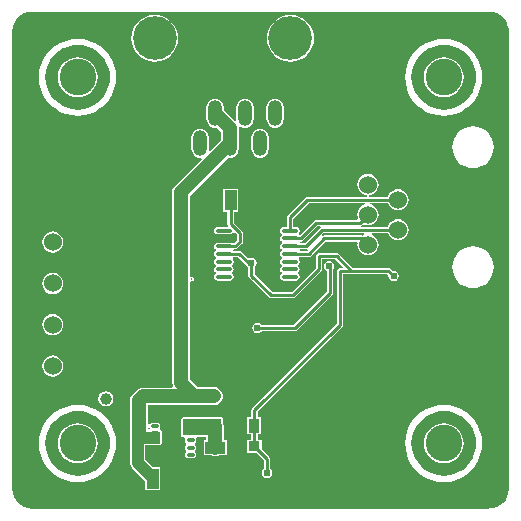
<source format=gbl>
G04*
G04 #@! TF.GenerationSoftware,Altium Limited,CircuitMaker,2.0.3 (51)*
G04*
G04 Layer_Physical_Order=2*
G04 Layer_Color=11436288*
%FSLAX24Y24*%
%MOIN*%
G70*
G04*
G04 #@! TF.SameCoordinates,C005A906-C81D-4AB5-B832-F2193FDFF32C*
G04*
G04*
G04 #@! TF.FilePolarity,Positive*
G04*
G01*
G75*
%ADD10C,0.0098*%
%ADD52R,0.0335X0.0374*%
%ADD59C,0.0472*%
%ADD60C,0.0394*%
%ADD61C,0.0197*%
%ADD62C,0.0600*%
%ADD63O,0.0472X0.0866*%
%ADD64C,0.1457*%
G04:AMPARAMS|DCode=65|XSize=27.6mil|YSize=114.2mil|CornerRadius=6.9mil|HoleSize=0mil|Usage=FLASHONLY|Rotation=0.000|XOffset=0mil|YOffset=0mil|HoleType=Round|Shape=RoundedRectangle|*
%AMROUNDEDRECTD65*
21,1,0.0276,0.1004,0,0,0.0*
21,1,0.0138,0.1142,0,0,0.0*
1,1,0.0138,0.0069,-0.0502*
1,1,0.0138,-0.0069,-0.0502*
1,1,0.0138,-0.0069,0.0502*
1,1,0.0138,0.0069,0.0502*
%
%ADD65ROUNDEDRECTD65*%
%ADD66C,0.0394*%
%ADD67C,0.0240*%
%ADD68C,0.1220*%
%ADD69C,0.0197*%
%ADD70C,0.0236*%
%ADD71O,0.0551X0.0138*%
G04:AMPARAMS|DCode=72|XSize=25.6mil|YSize=11.8mil|CornerRadius=3mil|HoleSize=0mil|Usage=FLASHONLY|Rotation=0.000|XOffset=0mil|YOffset=0mil|HoleType=Round|Shape=RoundedRectangle|*
%AMROUNDEDRECTD72*
21,1,0.0256,0.0059,0,0,0.0*
21,1,0.0197,0.0118,0,0,0.0*
1,1,0.0059,0.0098,-0.0030*
1,1,0.0059,-0.0098,-0.0030*
1,1,0.0059,-0.0098,0.0030*
1,1,0.0059,0.0098,0.0030*
%
%ADD72ROUNDEDRECTD72*%
%ADD73R,0.0374X0.0335*%
%ADD74R,0.0358X0.0480*%
%ADD75R,0.0669X0.0394*%
%ADD76R,0.0394X0.0669*%
%ADD77R,0.1280X0.0561*%
%ADD78R,0.0561X0.0394*%
%ADD79R,0.0482X0.0482*%
%ADD80R,0.0030X0.0039*%
%ADD81R,0.1378X0.1427*%
G36*
X25807Y26453D02*
X25931Y26441D01*
X26050Y26405D01*
X26160Y26346D01*
X26257Y26267D01*
X26336Y26170D01*
X26395Y26060D01*
X26431Y25941D01*
X26438Y25867D01*
X26435Y25817D01*
X26436Y25816D01*
X26444Y25808D01*
Y10532D01*
X26443D01*
X26431Y10407D01*
X26395Y10288D01*
X26336Y10178D01*
X26257Y10082D01*
X26160Y10003D01*
X26050Y9944D01*
X25931Y9908D01*
X25857Y9900D01*
X25807Y9903D01*
X25806Y9903D01*
X25760Y9895D01*
X10532D01*
Y9895D01*
X10407Y9908D01*
X10288Y9944D01*
X10178Y10003D01*
X10082Y10082D01*
X10003Y10178D01*
X9944Y10288D01*
X9908Y10407D01*
X9905Y10433D01*
X9903Y10482D01*
X9903Y10482D01*
X9899Y10492D01*
X9895Y10529D01*
Y25817D01*
X9895D01*
X9908Y25941D01*
X9944Y26060D01*
X10003Y26170D01*
X10082Y26267D01*
X10178Y26346D01*
X10288Y26405D01*
X10407Y26441D01*
X10433Y26443D01*
X10482Y26445D01*
X10482Y26445D01*
X10492Y26449D01*
X10529Y26453D01*
X25807D01*
Y26453D01*
D02*
G37*
%LPC*%
G36*
X19163Y26356D02*
X19011Y26341D01*
X18864Y26297D01*
X18728Y26224D01*
X18610Y26127D01*
X18512Y26008D01*
X18440Y25873D01*
X18395Y25726D01*
X18380Y25573D01*
X18395Y25420D01*
X18440Y25273D01*
X18512Y25138D01*
X18610Y25019D01*
X18728Y24922D01*
X18864Y24849D01*
X19011Y24805D01*
X19163Y24790D01*
X19316Y24805D01*
X19463Y24849D01*
X19599Y24922D01*
X19717Y25019D01*
X19815Y25138D01*
X19887Y25273D01*
X19932Y25420D01*
X19947Y25573D01*
X19932Y25726D01*
X19887Y25873D01*
X19815Y26008D01*
X19717Y26127D01*
X19599Y26224D01*
X19463Y26297D01*
X19316Y26341D01*
X19163Y26356D01*
D02*
G37*
G36*
X14636D02*
X14483Y26341D01*
X14336Y26297D01*
X14201Y26224D01*
X14082Y26127D01*
X13985Y26008D01*
X13912Y25873D01*
X13868Y25726D01*
X13853Y25573D01*
X13868Y25420D01*
X13912Y25273D01*
X13985Y25138D01*
X14082Y25019D01*
X14201Y24922D01*
X14336Y24849D01*
X14483Y24805D01*
X14636Y24790D01*
X14789Y24805D01*
X14936Y24849D01*
X15071Y24922D01*
X15190Y25019D01*
X15287Y25138D01*
X15359Y25273D01*
X15404Y25420D01*
X15419Y25573D01*
X15404Y25726D01*
X15359Y25873D01*
X15287Y26008D01*
X15190Y26127D01*
X15071Y26224D01*
X14936Y26297D01*
X14789Y26341D01*
X14636Y26356D01*
D02*
G37*
G36*
X24272Y25558D02*
X24070Y25542D01*
X23874Y25495D01*
X23688Y25418D01*
X23516Y25312D01*
X23362Y25181D01*
X23231Y25028D01*
X23126Y24856D01*
X23048Y24669D01*
X23001Y24473D01*
X22985Y24272D01*
X23001Y24070D01*
X23048Y23874D01*
X23126Y23688D01*
X23231Y23516D01*
X23362Y23362D01*
X23516Y23231D01*
X23688Y23126D01*
X23874Y23048D01*
X24070Y23001D01*
X24272Y22985D01*
X24473Y23001D01*
X24669Y23048D01*
X24856Y23126D01*
X25028Y23231D01*
X25181Y23362D01*
X25312Y23516D01*
X25418Y23688D01*
X25495Y23874D01*
X25542Y24070D01*
X25558Y24272D01*
X25542Y24473D01*
X25495Y24669D01*
X25418Y24856D01*
X25312Y25028D01*
X25181Y25181D01*
X25028Y25312D01*
X24856Y25418D01*
X24669Y25495D01*
X24473Y25542D01*
X24272Y25558D01*
D02*
G37*
G36*
X12067D02*
X11866Y25542D01*
X11669Y25495D01*
X11483Y25418D01*
X11311Y25312D01*
X11157Y25181D01*
X11026Y25028D01*
X10921Y24856D01*
X10844Y24669D01*
X10797Y24473D01*
X10781Y24272D01*
X10797Y24070D01*
X10844Y23874D01*
X10921Y23688D01*
X11026Y23516D01*
X11157Y23362D01*
X11311Y23231D01*
X11483Y23126D01*
X11669Y23048D01*
X11866Y23001D01*
X12067Y22985D01*
X12268Y23001D01*
X12464Y23048D01*
X12651Y23126D01*
X12823Y23231D01*
X12976Y23362D01*
X13108Y23516D01*
X13213Y23688D01*
X13290Y23874D01*
X13337Y24070D01*
X13353Y24272D01*
X13337Y24473D01*
X13290Y24669D01*
X13213Y24856D01*
X13108Y25028D01*
X12976Y25181D01*
X12823Y25312D01*
X12651Y25418D01*
X12464Y25495D01*
X12268Y25542D01*
X12067Y25558D01*
D02*
G37*
G36*
X17650Y23560D02*
X17575Y23550D01*
X17505Y23521D01*
X17445Y23475D01*
X17399Y23415D01*
X17370Y23345D01*
X17360Y23270D01*
Y22876D01*
X17365Y22838D01*
X17317Y22815D01*
X16939Y23193D01*
Y23270D01*
X16930Y23345D01*
X16901Y23415D01*
X16855Y23475D01*
X16795Y23521D01*
X16725Y23550D01*
X16650Y23560D01*
X16575Y23550D01*
X16505Y23521D01*
X16445Y23475D01*
X16399Y23415D01*
X16370Y23345D01*
X16360Y23270D01*
Y22876D01*
X16370Y22801D01*
X16399Y22731D01*
X16445Y22671D01*
X16505Y22625D01*
X16575Y22596D01*
X16650Y22586D01*
X16717Y22595D01*
X16860Y22453D01*
Y22193D01*
X16482Y21815D01*
X16435Y21838D01*
X16439Y21876D01*
Y22270D01*
X16430Y22345D01*
X16401Y22415D01*
X16355Y22475D01*
X16295Y22521D01*
X16225Y22550D01*
X16150Y22560D01*
X16075Y22550D01*
X16005Y22521D01*
X15945Y22475D01*
X15899Y22415D01*
X15870Y22345D01*
X15860Y22270D01*
Y21876D01*
X15870Y21801D01*
X15899Y21731D01*
X15945Y21671D01*
X16005Y21625D01*
X16075Y21596D01*
X16150Y21586D01*
X16187Y21591D01*
X16211Y21544D01*
X15306Y20639D01*
X15260Y20579D01*
X15231Y20509D01*
X15221Y20434D01*
Y18681D01*
Y17805D01*
X15213Y17793D01*
X15199Y17726D01*
X15213Y17660D01*
X15221Y17648D01*
Y16438D01*
X15222Y16429D01*
Y15949D01*
X15219Y15935D01*
X15222Y15921D01*
Y15561D01*
Y14090D01*
X15232Y14015D01*
X15246Y13980D01*
X15213Y13930D01*
X14241D01*
X14166Y13921D01*
X14096Y13892D01*
X14036Y13846D01*
X14036Y13846D01*
X13904Y13714D01*
X13858Y13654D01*
X13829Y13584D01*
X13819Y13509D01*
Y12205D01*
X13827Y12146D01*
X13820Y12111D01*
Y11423D01*
X13839Y11326D01*
X13894Y11244D01*
X14318Y10820D01*
Y10500D01*
X14814D01*
Y10861D01*
X14819Y10886D01*
Y10930D01*
X14814Y10954D01*
Y11272D01*
X14582D01*
X14326Y11528D01*
Y12003D01*
X14598D01*
X14641Y12012D01*
X14823D01*
X14862Y12028D01*
X14878Y12067D01*
Y12280D01*
X14879Y12283D01*
X14878Y12287D01*
Y12461D01*
X14862Y12500D01*
X14825Y12515D01*
X14822Y12518D01*
X14803Y12566D01*
X14810Y12577D01*
X14817Y12608D01*
Y12667D01*
X14810Y12699D01*
X14792Y12726D01*
X14766Y12743D01*
X14734Y12750D01*
X14537D01*
X14506Y12743D01*
X14479Y12726D01*
X14461Y12699D01*
X14455Y12667D01*
Y12608D01*
X14461Y12577D01*
X14469Y12566D01*
X14448Y12517D01*
X14399Y12522D01*
Y13351D01*
X16623D01*
X16698Y13361D01*
X16739Y13378D01*
X16768Y13390D01*
X16828Y13436D01*
X16874Y13496D01*
X16903Y13566D01*
X16913Y13641D01*
X16903Y13716D01*
X16888Y13751D01*
X16874Y13786D01*
X16828Y13846D01*
X16817Y13857D01*
X16757Y13903D01*
X16687Y13932D01*
X16612Y13941D01*
X16070D01*
X15802Y14210D01*
Y15561D01*
Y16437D01*
X15801Y16446D01*
Y17443D01*
X15851Y17477D01*
X15856Y17474D01*
X15886D01*
X15925Y17490D01*
X15941Y17530D01*
Y17569D01*
X15925Y17608D01*
X15886Y17624D01*
X15856D01*
X15851Y17622D01*
X15801Y17655D01*
Y17854D01*
Y18681D01*
Y20314D01*
X17082Y21595D01*
X17150Y21586D01*
X17225Y21596D01*
X17295Y21625D01*
X17355Y21671D01*
X17401Y21731D01*
X17430Y21801D01*
X17439Y21876D01*
Y22270D01*
Y22573D01*
X17434Y22616D01*
X17481Y22643D01*
X17505Y22625D01*
X17575Y22596D01*
X17650Y22586D01*
X17725Y22596D01*
X17795Y22625D01*
X17855Y22671D01*
X17901Y22731D01*
X17930Y22801D01*
X17939Y22876D01*
Y23270D01*
X17930Y23345D01*
X17901Y23415D01*
X17855Y23475D01*
X17795Y23521D01*
X17725Y23550D01*
X17650Y23560D01*
D02*
G37*
G36*
X18650D02*
X18575Y23550D01*
X18505Y23521D01*
X18445Y23475D01*
X18399Y23415D01*
X18370Y23345D01*
X18360Y23270D01*
Y22876D01*
X18370Y22801D01*
X18399Y22731D01*
X18445Y22671D01*
X18505Y22625D01*
X18575Y22596D01*
X18650Y22586D01*
X18725Y22596D01*
X18795Y22625D01*
X18855Y22671D01*
X18901Y22731D01*
X18930Y22801D01*
X18939Y22876D01*
Y23270D01*
X18930Y23345D01*
X18901Y23415D01*
X18855Y23475D01*
X18795Y23521D01*
X18725Y23550D01*
X18650Y23560D01*
D02*
G37*
G36*
X18150Y22560D02*
X18075Y22550D01*
X18005Y22521D01*
X17945Y22475D01*
X17899Y22415D01*
X17870Y22345D01*
X17860Y22270D01*
Y21876D01*
X17870Y21801D01*
X17899Y21731D01*
X17945Y21671D01*
X18005Y21625D01*
X18075Y21596D01*
X18150Y21586D01*
X18225Y21596D01*
X18295Y21625D01*
X18355Y21671D01*
X18401Y21731D01*
X18430Y21801D01*
X18439Y21876D01*
Y22270D01*
X18430Y22345D01*
X18401Y22415D01*
X18355Y22475D01*
X18295Y22521D01*
X18225Y22550D01*
X18150Y22560D01*
D02*
G37*
G36*
X25246Y22635D02*
X25111Y22622D01*
X24980Y22582D01*
X24860Y22518D01*
X24755Y22432D01*
X24669Y22327D01*
X24605Y22207D01*
X24565Y22076D01*
X24552Y21941D01*
X24565Y21806D01*
X24605Y21675D01*
X24669Y21555D01*
X24755Y21450D01*
X24860Y21364D01*
X24980Y21300D01*
X25111Y21260D01*
X25246Y21247D01*
X25382Y21260D01*
X25512Y21300D01*
X25632Y21364D01*
X25737Y21450D01*
X25823Y21555D01*
X25887Y21675D01*
X25927Y21806D01*
X25940Y21941D01*
X25927Y22076D01*
X25887Y22207D01*
X25823Y22327D01*
X25737Y22432D01*
X25632Y22518D01*
X25512Y22582D01*
X25382Y22622D01*
X25246Y22635D01*
D02*
G37*
G36*
X21746Y21047D02*
X21654Y21035D01*
X21569Y21000D01*
X21496Y20943D01*
X21439Y20870D01*
X21404Y20785D01*
X21392Y20693D01*
X21404Y20601D01*
X21439Y20516D01*
X21496Y20442D01*
X21569Y20386D01*
X21654Y20351D01*
X21718Y20342D01*
X21726Y20341D01*
X21723Y20291D01*
X19726D01*
X19687Y20284D01*
X19654Y20261D01*
X19071Y19679D01*
X19049Y19645D01*
X19041Y19606D01*
Y19276D01*
X18937D01*
X18890Y19267D01*
X18850Y19240D01*
X18824Y19200D01*
X18815Y19154D01*
X18824Y19107D01*
X18850Y19067D01*
X18870Y19054D01*
Y18997D01*
X18850Y18984D01*
X18824Y18944D01*
X18815Y18898D01*
X18824Y18851D01*
X18850Y18811D01*
X18870Y18798D01*
Y18741D01*
X18850Y18728D01*
X18824Y18689D01*
X18815Y18642D01*
X18824Y18595D01*
X18850Y18555D01*
X18870Y18542D01*
Y18486D01*
X18850Y18472D01*
X18824Y18433D01*
X18815Y18386D01*
X18824Y18339D01*
X18850Y18299D01*
X18870Y18286D01*
Y18230D01*
X18850Y18216D01*
X18824Y18177D01*
X18815Y18130D01*
X18824Y18083D01*
X18850Y18043D01*
X18870Y18030D01*
Y17974D01*
X18850Y17961D01*
X18824Y17921D01*
X18815Y17874D01*
X18824Y17827D01*
X18850Y17787D01*
X18870Y17774D01*
Y17718D01*
X18850Y17705D01*
X18824Y17665D01*
X18815Y17618D01*
X18824Y17571D01*
X18850Y17532D01*
X18890Y17505D01*
X18937Y17496D01*
X19350D01*
X19397Y17505D01*
X19437Y17532D01*
X19464Y17571D01*
X19473Y17618D01*
X19464Y17665D01*
X19437Y17705D01*
X19417Y17718D01*
Y17774D01*
X19437Y17787D01*
X19464Y17827D01*
X19473Y17874D01*
X19464Y17921D01*
X19437Y17961D01*
X19417Y17974D01*
Y18030D01*
X19437Y18043D01*
X19464Y18083D01*
X19473Y18130D01*
X19464Y18177D01*
X19437Y18216D01*
X19443Y18272D01*
X19452Y18283D01*
X19774D01*
X19813Y18291D01*
X19846Y18313D01*
X20328Y18795D01*
X21357D01*
X21399Y18745D01*
X21392Y18693D01*
X21404Y18601D01*
X21439Y18516D01*
X21496Y18442D01*
X21569Y18386D01*
X21654Y18351D01*
X21746Y18339D01*
X21838Y18351D01*
X21923Y18386D01*
X21997Y18442D01*
X22053Y18516D01*
X22088Y18601D01*
X22100Y18693D01*
X22088Y18785D01*
X22053Y18870D01*
X21997Y18943D01*
X21923Y19000D01*
X21872Y19021D01*
X21882Y19071D01*
X22415D01*
X22439Y19012D01*
X22496Y18939D01*
X22569Y18882D01*
X22654Y18847D01*
X22746Y18835D01*
X22838Y18847D01*
X22923Y18882D01*
X22997Y18939D01*
X23053Y19012D01*
X23088Y19097D01*
X23100Y19189D01*
X23088Y19281D01*
X23053Y19366D01*
X22997Y19439D01*
X22923Y19496D01*
X22838Y19531D01*
X22746Y19543D01*
X22654Y19531D01*
X22569Y19496D01*
X22496Y19439D01*
X22439Y19366D01*
X22404Y19281D01*
X22403Y19276D01*
X21521D01*
X21512Y19325D01*
X21545Y19347D01*
X21580Y19382D01*
X21654Y19351D01*
X21746Y19339D01*
X21838Y19351D01*
X21923Y19386D01*
X21997Y19442D01*
X22053Y19516D01*
X22088Y19601D01*
X22100Y19693D01*
X22088Y19785D01*
X22053Y19870D01*
X21997Y19943D01*
X21923Y20000D01*
X21838Y20035D01*
X21826Y20037D01*
X21829Y20087D01*
X22408D01*
X22439Y20012D01*
X22496Y19939D01*
X22569Y19882D01*
X22654Y19847D01*
X22746Y19835D01*
X22838Y19847D01*
X22923Y19882D01*
X22997Y19939D01*
X23053Y20012D01*
X23088Y20097D01*
X23100Y20189D01*
X23088Y20281D01*
X23053Y20366D01*
X22997Y20439D01*
X22923Y20496D01*
X22838Y20531D01*
X22746Y20543D01*
X22654Y20531D01*
X22569Y20496D01*
X22496Y20439D01*
X22439Y20366D01*
X22408Y20291D01*
X21769D01*
X21766Y20341D01*
X21774Y20342D01*
X21838Y20351D01*
X21923Y20386D01*
X21997Y20442D01*
X22053Y20516D01*
X22088Y20601D01*
X22100Y20693D01*
X22088Y20785D01*
X22053Y20870D01*
X21997Y20943D01*
X21923Y21000D01*
X21838Y21035D01*
X21746Y21047D01*
D02*
G37*
G36*
X17414Y20563D02*
X16918D01*
Y19791D01*
X17064D01*
Y19379D01*
X17072Y19340D01*
X17081Y19326D01*
X17057Y19276D01*
X16732D01*
X16685Y19267D01*
X16646Y19240D01*
X16619Y19200D01*
X16610Y19154D01*
X16619Y19107D01*
X16646Y19067D01*
X16685Y19040D01*
X16732Y19031D01*
X17146D01*
X17193Y19040D01*
X17232Y19067D01*
X17244Y19085D01*
X17304Y19097D01*
X17368Y19032D01*
Y18832D01*
X17280Y18744D01*
X17209D01*
X17193Y18755D01*
X17146Y18764D01*
X16732D01*
X16685Y18755D01*
X16646Y18728D01*
X16619Y18689D01*
X16610Y18642D01*
X16619Y18595D01*
X16646Y18555D01*
X16665Y18542D01*
Y18486D01*
X16646Y18472D01*
X16619Y18433D01*
X16610Y18386D01*
X16619Y18339D01*
X16646Y18299D01*
X16665Y18286D01*
Y18230D01*
X16646Y18216D01*
X16619Y18177D01*
X16610Y18130D01*
X16619Y18083D01*
X16646Y18043D01*
X16665Y18030D01*
Y17974D01*
X16646Y17961D01*
X16619Y17921D01*
X16610Y17874D01*
X16619Y17827D01*
X16646Y17787D01*
X16665Y17774D01*
Y17718D01*
X16646Y17705D01*
X16619Y17665D01*
X16610Y17618D01*
X16619Y17571D01*
X16646Y17532D01*
X16685Y17505D01*
X16732Y17496D01*
X17146D01*
X17193Y17505D01*
X17232Y17532D01*
X17259Y17571D01*
X17268Y17618D01*
X17259Y17665D01*
X17232Y17705D01*
X17213Y17718D01*
Y17774D01*
X17232Y17787D01*
X17259Y17827D01*
X17268Y17874D01*
X17259Y17921D01*
X17232Y17961D01*
X17213Y17974D01*
Y18030D01*
X17232Y18043D01*
X17259Y18083D01*
X17268Y18130D01*
X17259Y18177D01*
X17232Y18216D01*
X17238Y18272D01*
X17248Y18283D01*
X17418D01*
X17693Y18008D01*
X17717Y17992D01*
X17741Y17957D01*
X17762Y17943D01*
Y17657D01*
X17770Y17618D01*
X17792Y17585D01*
X18432Y16945D01*
X18465Y16923D01*
X18504Y16915D01*
X19252D01*
X19291Y16923D01*
X19324Y16945D01*
X20181Y17802D01*
X20203Y17835D01*
X20211Y17874D01*
Y18215D01*
X20656D01*
X20907Y17964D01*
X20888Y17917D01*
X20807D01*
X20768Y17910D01*
X20735Y17887D01*
X20713Y17854D01*
X20705Y17815D01*
Y16070D01*
X17890Y13255D01*
X17868Y13222D01*
X17860Y13183D01*
Y12949D01*
X17709D01*
Y12366D01*
X17860D01*
Y12197D01*
X17724D01*
Y11760D01*
X18036D01*
X18283Y11513D01*
Y11220D01*
X18262Y11206D01*
X18225Y11149D01*
X18211Y11083D01*
X18225Y11016D01*
X18262Y10959D01*
X18319Y10921D01*
X18386Y10908D01*
X18453Y10921D01*
X18509Y10959D01*
X18547Y11016D01*
X18560Y11083D01*
X18547Y11149D01*
X18509Y11206D01*
X18488Y11220D01*
Y11555D01*
X18480Y11594D01*
X18458Y11628D01*
X18201Y11885D01*
Y12197D01*
X18065D01*
Y12366D01*
X18169D01*
Y12949D01*
X18065D01*
Y13141D01*
X20879Y15955D01*
X20902Y15988D01*
X20909Y16028D01*
Y17713D01*
X22389D01*
X22429Y17673D01*
X22424Y17648D01*
X22437Y17581D01*
X22475Y17524D01*
X22532Y17486D01*
X22598Y17473D01*
X22665Y17486D01*
X22722Y17524D01*
X22760Y17581D01*
X22773Y17648D01*
X22760Y17714D01*
X22722Y17771D01*
X22665Y17809D01*
X22598Y17822D01*
X22574Y17817D01*
X22503Y17887D01*
X22470Y17910D01*
X22431Y17917D01*
X21243D01*
X20771Y18389D01*
X20738Y18412D01*
X20699Y18419D01*
X20108D01*
X20069Y18412D01*
X20036Y18389D01*
X20014Y18356D01*
X20006Y18317D01*
Y17916D01*
X19210Y17120D01*
X18546D01*
X17967Y17700D01*
Y17943D01*
X17988Y17957D01*
X18025Y18014D01*
X18039Y18081D01*
X18025Y18148D01*
X17988Y18204D01*
X17931Y18242D01*
X17864Y18255D01*
X17797Y18242D01*
X17768Y18223D01*
X17533Y18458D01*
X17500Y18480D01*
X17461Y18488D01*
X17279D01*
X17264Y18514D01*
X17279Y18539D01*
X17323D01*
X17362Y18547D01*
X17395Y18569D01*
X17543Y18717D01*
X17565Y18750D01*
X17573Y18789D01*
Y19075D01*
X17565Y19114D01*
X17543Y19147D01*
X17269Y19422D01*
Y19791D01*
X17414D01*
Y20563D01*
D02*
G37*
G36*
X11240Y19134D02*
X11148Y19122D01*
X11063Y19086D01*
X10990Y19030D01*
X10933Y18957D01*
X10898Y18871D01*
X10886Y18780D01*
X10898Y18688D01*
X10933Y18602D01*
X10990Y18529D01*
X11063Y18473D01*
X11148Y18437D01*
X11240Y18425D01*
X11332Y18437D01*
X11417Y18473D01*
X11491Y18529D01*
X11547Y18602D01*
X11582Y18688D01*
X11594Y18780D01*
X11582Y18871D01*
X11547Y18957D01*
X11491Y19030D01*
X11417Y19086D01*
X11332Y19122D01*
X11240Y19134D01*
D02*
G37*
G36*
X25246Y18635D02*
X25111Y18622D01*
X24980Y18582D01*
X24860Y18518D01*
X24755Y18432D01*
X24669Y18327D01*
X24605Y18207D01*
X24565Y18076D01*
X24552Y17941D01*
X24565Y17806D01*
X24605Y17675D01*
X24669Y17555D01*
X24755Y17450D01*
X24860Y17364D01*
X24980Y17300D01*
X25111Y17260D01*
X25246Y17247D01*
X25382Y17260D01*
X25512Y17300D01*
X25632Y17364D01*
X25737Y17450D01*
X25823Y17555D01*
X25887Y17675D01*
X25927Y17806D01*
X25940Y17941D01*
X25927Y18076D01*
X25887Y18207D01*
X25823Y18327D01*
X25737Y18432D01*
X25632Y18518D01*
X25512Y18582D01*
X25382Y18622D01*
X25246Y18635D01*
D02*
G37*
G36*
X11240Y17756D02*
X11148Y17744D01*
X11063Y17708D01*
X10990Y17652D01*
X10933Y17579D01*
X10898Y17493D01*
X10886Y17402D01*
X10898Y17310D01*
X10933Y17224D01*
X10990Y17151D01*
X11063Y17095D01*
X11148Y17059D01*
X11240Y17047D01*
X11332Y17059D01*
X11417Y17095D01*
X11491Y17151D01*
X11547Y17224D01*
X11582Y17310D01*
X11594Y17402D01*
X11582Y17493D01*
X11547Y17579D01*
X11491Y17652D01*
X11417Y17708D01*
X11332Y17744D01*
X11240Y17756D01*
D02*
G37*
G36*
X20443Y18147D02*
X20376Y18134D01*
X20319Y18096D01*
X20282Y18039D01*
X20268Y17972D01*
X20282Y17906D01*
X20319Y17849D01*
X20376Y17811D01*
X20380Y17810D01*
Y17139D01*
X19259Y16018D01*
X18199D01*
X18184Y16039D01*
X18128Y16077D01*
X18061Y16090D01*
X17994Y16077D01*
X17938Y16039D01*
X17900Y15982D01*
X17886Y15915D01*
X17900Y15849D01*
X17938Y15792D01*
X17994Y15754D01*
X18061Y15741D01*
X18128Y15754D01*
X18184Y15792D01*
X18199Y15813D01*
X19301D01*
X19340Y15821D01*
X19374Y15843D01*
X20555Y17024D01*
X20577Y17057D01*
X20585Y17096D01*
Y17876D01*
X20604Y17906D01*
X20618Y17972D01*
X20604Y18039D01*
X20566Y18096D01*
X20510Y18134D01*
X20443Y18147D01*
D02*
G37*
G36*
X11240Y16378D02*
X11148Y16366D01*
X11063Y16330D01*
X10990Y16274D01*
X10933Y16201D01*
X10898Y16115D01*
X10886Y16024D01*
X10898Y15932D01*
X10933Y15847D01*
X10990Y15773D01*
X11063Y15717D01*
X11148Y15681D01*
X11240Y15669D01*
X11332Y15681D01*
X11417Y15717D01*
X11491Y15773D01*
X11547Y15847D01*
X11582Y15932D01*
X11594Y16024D01*
X11582Y16115D01*
X11547Y16201D01*
X11491Y16274D01*
X11417Y16330D01*
X11332Y16366D01*
X11240Y16378D01*
D02*
G37*
G36*
Y15000D02*
X11148Y14988D01*
X11063Y14952D01*
X10990Y14896D01*
X10933Y14823D01*
X10898Y14737D01*
X10886Y14646D01*
X10898Y14554D01*
X10933Y14469D01*
X10990Y14395D01*
X11063Y14339D01*
X11148Y14304D01*
X11240Y14291D01*
X11332Y14304D01*
X11417Y14339D01*
X11491Y14395D01*
X11547Y14469D01*
X11582Y14554D01*
X11594Y14646D01*
X11582Y14737D01*
X11547Y14823D01*
X11491Y14896D01*
X11417Y14952D01*
X11332Y14988D01*
X11240Y15000D01*
D02*
G37*
G36*
X13002Y13806D02*
X12905Y13787D01*
X12823Y13732D01*
X12768Y13650D01*
X12749Y13553D01*
X12768Y13456D01*
X12823Y13374D01*
X12905Y13320D01*
X13002Y13300D01*
X13099Y13320D01*
X13181Y13374D01*
X13236Y13456D01*
X13255Y13553D01*
X13236Y13650D01*
X13181Y13732D01*
X13099Y13787D01*
X13002Y13806D01*
D02*
G37*
G36*
X16878Y12949D02*
X16417D01*
Y12939D01*
X15581D01*
X15542Y12923D01*
X15525Y12884D01*
Y12323D01*
X15542Y12284D01*
X15581Y12267D01*
X15629D01*
X15643Y12250D01*
X15660Y12217D01*
X15656Y12195D01*
Y12136D01*
X15662Y12104D01*
X15680Y12078D01*
X15681Y12077D01*
Y12018D01*
X15680Y12017D01*
X15662Y11990D01*
X15656Y11959D01*
Y11900D01*
X15662Y11868D01*
X15680Y11841D01*
X15681Y11841D01*
Y11782D01*
X15680Y11781D01*
X15662Y11754D01*
X15656Y11722D01*
Y11663D01*
X15662Y11632D01*
X15680Y11605D01*
X15707Y11587D01*
X15738Y11581D01*
X15935D01*
X15967Y11587D01*
X15993Y11605D01*
X16011Y11632D01*
X16017Y11663D01*
Y11722D01*
X16011Y11754D01*
X15993Y11781D01*
X15992Y11782D01*
Y11841D01*
X15993Y11841D01*
X16011Y11868D01*
X16017Y11900D01*
Y11959D01*
X16011Y11990D01*
X15993Y12017D01*
X15992Y12018D01*
Y12077D01*
X15993Y12078D01*
X16011Y12104D01*
X16017Y12136D01*
Y12195D01*
X16013Y12217D01*
X16030Y12250D01*
X16044Y12267D01*
X16358D01*
Y12176D01*
X16278D01*
Y11680D01*
X16515D01*
X16518Y11677D01*
X16588Y11648D01*
X16663Y11638D01*
X16738Y11648D01*
X16808Y11677D01*
X16812Y11680D01*
X17049D01*
Y12176D01*
X16938D01*
Y12657D01*
X16928Y12733D01*
X16916Y12761D01*
Y12884D01*
X16899Y12923D01*
X16878Y12932D01*
Y12949D01*
D02*
G37*
G36*
X24272Y13353D02*
X24070Y13337D01*
X23874Y13290D01*
X23688Y13213D01*
X23516Y13108D01*
X23362Y12976D01*
X23231Y12823D01*
X23126Y12651D01*
X23048Y12464D01*
X23001Y12268D01*
X22985Y12067D01*
X23001Y11866D01*
X23048Y11669D01*
X23126Y11483D01*
X23231Y11311D01*
X23362Y11157D01*
X23516Y11026D01*
X23688Y10921D01*
X23874Y10844D01*
X24070Y10797D01*
X24272Y10781D01*
X24473Y10797D01*
X24669Y10844D01*
X24856Y10921D01*
X25028Y11026D01*
X25181Y11157D01*
X25312Y11311D01*
X25418Y11483D01*
X25495Y11669D01*
X25542Y11866D01*
X25558Y12067D01*
X25542Y12268D01*
X25495Y12464D01*
X25418Y12651D01*
X25312Y12823D01*
X25181Y12976D01*
X25028Y13108D01*
X24856Y13213D01*
X24669Y13290D01*
X24473Y13337D01*
X24272Y13353D01*
D02*
G37*
G36*
X12067D02*
X11866Y13337D01*
X11669Y13290D01*
X11483Y13213D01*
X11311Y13108D01*
X11157Y12976D01*
X11026Y12823D01*
X10921Y12651D01*
X10844Y12464D01*
X10797Y12268D01*
X10781Y12067D01*
X10797Y11866D01*
X10844Y11669D01*
X10921Y11483D01*
X11026Y11311D01*
X11157Y11157D01*
X11311Y11026D01*
X11483Y10921D01*
X11669Y10844D01*
X11866Y10797D01*
X12067Y10781D01*
X12268Y10797D01*
X12464Y10844D01*
X12651Y10921D01*
X12823Y11026D01*
X12976Y11157D01*
X13108Y11311D01*
X13213Y11483D01*
X13290Y11669D01*
X13337Y11866D01*
X13353Y12067D01*
X13337Y12268D01*
X13290Y12464D01*
X13213Y12651D01*
X13108Y12823D01*
X12976Y12976D01*
X12823Y13108D01*
X12651Y13213D01*
X12464Y13290D01*
X12268Y13337D01*
X12067Y13353D01*
D02*
G37*
%LPD*%
G36*
X24440Y25337D02*
X24605Y25297D01*
X24761Y25232D01*
X24905Y25144D01*
X25034Y25034D01*
X25144Y24905D01*
X25232Y24761D01*
X25297Y24605D01*
X25337Y24440D01*
X25350Y24272D01*
X25337Y24103D01*
X25297Y23938D01*
X25232Y23782D01*
X25144Y23638D01*
X25034Y23509D01*
X24905Y23399D01*
X24761Y23311D01*
X24605Y23246D01*
X24440Y23207D01*
X24272Y23193D01*
X24103Y23207D01*
X23938Y23246D01*
X23782Y23311D01*
X23638Y23399D01*
X23509Y23509D01*
X23399Y23638D01*
X23311Y23782D01*
X23246Y23938D01*
X23207Y24103D01*
X23193Y24272D01*
X23207Y24440D01*
X23246Y24605D01*
X23311Y24761D01*
X23399Y24905D01*
X23509Y25034D01*
X23638Y25144D01*
X23782Y25232D01*
X23938Y25297D01*
X24103Y25337D01*
X24272Y25350D01*
X24440Y25337D01*
D02*
G37*
%LPC*%
G36*
X24272Y24936D02*
X24142Y24924D01*
X24017Y24886D01*
X23902Y24824D01*
X23802Y24742D01*
X23719Y24641D01*
X23658Y24526D01*
X23620Y24401D01*
X23607Y24272D01*
X23620Y24142D01*
X23658Y24017D01*
X23719Y23902D01*
X23802Y23802D01*
X23902Y23719D01*
X24017Y23658D01*
X24142Y23620D01*
X24272Y23607D01*
X24401Y23620D01*
X24526Y23658D01*
X24641Y23719D01*
X24742Y23802D01*
X24824Y23902D01*
X24886Y24017D01*
X24924Y24142D01*
X24936Y24272D01*
X24924Y24401D01*
X24886Y24526D01*
X24824Y24641D01*
X24742Y24742D01*
X24641Y24824D01*
X24526Y24886D01*
X24401Y24924D01*
X24272Y24936D01*
D02*
G37*
%LPD*%
G36*
X12236Y25337D02*
X12400Y25297D01*
X12556Y25232D01*
X12701Y25144D01*
X12829Y25034D01*
X12939Y24905D01*
X13028Y24761D01*
X13092Y24605D01*
X13132Y24440D01*
X13145Y24272D01*
X13132Y24103D01*
X13092Y23938D01*
X13028Y23782D01*
X12939Y23638D01*
X12829Y23509D01*
X12701Y23399D01*
X12556Y23311D01*
X12400Y23246D01*
X12236Y23207D01*
X12067Y23193D01*
X11898Y23207D01*
X11734Y23246D01*
X11577Y23311D01*
X11433Y23399D01*
X11304Y23509D01*
X11195Y23638D01*
X11106Y23782D01*
X11041Y23938D01*
X11002Y24103D01*
X10989Y24272D01*
X11002Y24440D01*
X11041Y24605D01*
X11106Y24761D01*
X11195Y24905D01*
X11304Y25034D01*
X11433Y25144D01*
X11577Y25232D01*
X11734Y25297D01*
X11898Y25337D01*
X12067Y25350D01*
X12236Y25337D01*
D02*
G37*
%LPC*%
G36*
X12067Y24936D02*
X11937Y24924D01*
X11813Y24886D01*
X11698Y24824D01*
X11597Y24742D01*
X11514Y24641D01*
X11453Y24526D01*
X11415Y24401D01*
X11402Y24272D01*
X11415Y24142D01*
X11453Y24017D01*
X11514Y23902D01*
X11597Y23802D01*
X11698Y23719D01*
X11813Y23658D01*
X11937Y23620D01*
X12067Y23607D01*
X12197Y23620D01*
X12321Y23658D01*
X12436Y23719D01*
X12537Y23802D01*
X12620Y23902D01*
X12681Y24017D01*
X12719Y24142D01*
X12732Y24272D01*
X12719Y24401D01*
X12681Y24526D01*
X12620Y24641D01*
X12537Y24742D01*
X12436Y24824D01*
X12321Y24886D01*
X12197Y24924D01*
X12067Y24936D01*
D02*
G37*
%LPD*%
G36*
X21666Y20037D02*
X21654Y20035D01*
X21569Y20000D01*
X21496Y19943D01*
X21439Y19870D01*
X21404Y19785D01*
X21392Y19693D01*
X21404Y19601D01*
X21416Y19572D01*
X21383Y19522D01*
X20020D01*
X19981Y19514D01*
X19947Y19492D01*
X19481Y19025D01*
X19454Y19028D01*
X19447Y19043D01*
X19441Y19073D01*
X19464Y19107D01*
X19473Y19154D01*
X19464Y19200D01*
X19437Y19240D01*
X19397Y19267D01*
X19350Y19276D01*
X19246D01*
Y19564D01*
X19769Y20087D01*
X21663D01*
X21666Y20037D01*
D02*
G37*
G36*
X21620Y19021D02*
X21569Y19000D01*
X21564Y18996D01*
X21541Y19000D01*
X20285D01*
X20246Y18992D01*
X20231Y18982D01*
X20199Y19021D01*
X20249Y19071D01*
X21610D01*
X21620Y19021D01*
D02*
G37*
G36*
X20168Y19268D02*
X20134Y19246D01*
X19633Y18744D01*
X19484D01*
X19469Y18770D01*
X19484Y18795D01*
X19498D01*
X19537Y18803D01*
X19570Y18825D01*
X20062Y19317D01*
X20158D01*
X20168Y19268D01*
D02*
G37*
G36*
X19731Y18510D02*
X19734Y18504D01*
X19722Y18488D01*
X19484D01*
X19469Y18514D01*
X19484Y18539D01*
X19675D01*
X19702Y18545D01*
X19731Y18510D01*
D02*
G37*
G36*
X24440Y13132D02*
X24605Y13092D01*
X24761Y13028D01*
X24905Y12939D01*
X25034Y12829D01*
X25144Y12701D01*
X25232Y12556D01*
X25297Y12400D01*
X25337Y12236D01*
X25350Y12067D01*
X25337Y11898D01*
X25297Y11734D01*
X25232Y11577D01*
X25144Y11433D01*
X25034Y11304D01*
X24905Y11195D01*
X24761Y11106D01*
X24605Y11041D01*
X24440Y11002D01*
X24272Y10989D01*
X24103Y11002D01*
X23938Y11041D01*
X23782Y11106D01*
X23638Y11195D01*
X23509Y11304D01*
X23399Y11433D01*
X23311Y11577D01*
X23246Y11734D01*
X23207Y11898D01*
X23193Y12067D01*
X23207Y12236D01*
X23246Y12400D01*
X23311Y12556D01*
X23399Y12701D01*
X23509Y12829D01*
X23638Y12939D01*
X23782Y13028D01*
X23938Y13092D01*
X24103Y13132D01*
X24272Y13145D01*
X24440Y13132D01*
D02*
G37*
%LPC*%
G36*
X24272Y12732D02*
X24142Y12719D01*
X24017Y12681D01*
X23902Y12620D01*
X23802Y12537D01*
X23719Y12436D01*
X23658Y12321D01*
X23620Y12197D01*
X23607Y12067D01*
X23620Y11937D01*
X23658Y11813D01*
X23719Y11698D01*
X23802Y11597D01*
X23902Y11514D01*
X24017Y11453D01*
X24142Y11415D01*
X24272Y11402D01*
X24401Y11415D01*
X24526Y11453D01*
X24641Y11514D01*
X24742Y11597D01*
X24824Y11698D01*
X24886Y11813D01*
X24924Y11937D01*
X24936Y12067D01*
X24924Y12197D01*
X24886Y12321D01*
X24824Y12436D01*
X24742Y12537D01*
X24641Y12620D01*
X24526Y12681D01*
X24401Y12719D01*
X24272Y12732D01*
D02*
G37*
%LPD*%
G36*
X12236Y13132D02*
X12400Y13092D01*
X12556Y13028D01*
X12701Y12939D01*
X12829Y12829D01*
X12939Y12701D01*
X13028Y12556D01*
X13092Y12400D01*
X13132Y12236D01*
X13145Y12067D01*
X13132Y11898D01*
X13092Y11734D01*
X13028Y11577D01*
X12939Y11433D01*
X12829Y11304D01*
X12701Y11195D01*
X12556Y11106D01*
X12400Y11041D01*
X12236Y11002D01*
X12067Y10989D01*
X11898Y11002D01*
X11734Y11041D01*
X11577Y11106D01*
X11433Y11195D01*
X11304Y11304D01*
X11195Y11433D01*
X11106Y11577D01*
X11041Y11734D01*
X11002Y11898D01*
X10989Y12067D01*
X11002Y12236D01*
X11041Y12400D01*
X11106Y12556D01*
X11195Y12701D01*
X11304Y12829D01*
X11433Y12939D01*
X11577Y13028D01*
X11734Y13092D01*
X11898Y13132D01*
X12067Y13145D01*
X12236Y13132D01*
D02*
G37*
%LPC*%
G36*
X12067Y12732D02*
X11937Y12719D01*
X11813Y12681D01*
X11698Y12620D01*
X11597Y12537D01*
X11514Y12436D01*
X11453Y12321D01*
X11415Y12197D01*
X11402Y12067D01*
X11415Y11937D01*
X11453Y11813D01*
X11514Y11698D01*
X11597Y11597D01*
X11698Y11514D01*
X11813Y11453D01*
X11937Y11415D01*
X12067Y11402D01*
X12197Y11415D01*
X12321Y11453D01*
X12436Y11514D01*
X12537Y11597D01*
X12620Y11698D01*
X12681Y11813D01*
X12719Y11937D01*
X12732Y12067D01*
X12719Y12197D01*
X12681Y12321D01*
X12620Y12436D01*
X12537Y12537D01*
X12436Y12620D01*
X12321Y12681D01*
X12197Y12719D01*
X12067Y12732D01*
D02*
G37*
%LPD*%
D10*
X17939Y12657D02*
X17963Y12634D01*
Y11978D02*
Y12634D01*
X19252Y17018D02*
X20108Y17874D01*
X18504Y17018D02*
X19252D01*
X20108Y17874D02*
Y18317D01*
X17963Y11978D02*
X18386Y11555D01*
Y11083D02*
Y11555D01*
X16533Y17244D02*
Y18850D01*
Y16400D02*
Y16811D01*
X17963Y12736D02*
Y13183D01*
X19301Y15915D02*
X20482Y17096D01*
X17963Y13183D02*
X20807Y16028D01*
Y17815D01*
X16601Y18917D02*
X16919D01*
X16939Y18898D01*
X17166Y19379D02*
Y20177D01*
Y19379D02*
X17470Y19075D01*
Y18789D02*
Y19075D01*
X17323Y18642D02*
X17470Y18789D01*
X16939Y18642D02*
X17323D01*
X19144Y19154D02*
Y19606D01*
X20482Y17096D02*
Y17933D01*
X20443Y17972D02*
X20482Y17933D01*
X18061Y15915D02*
X19301D01*
X16533Y18850D02*
X16601Y18917D01*
X17766Y18081D02*
X17864D01*
X17461Y18386D02*
X17766Y18081D01*
X16939Y18386D02*
X17461D01*
X17864Y17657D02*
Y18081D01*
Y17657D02*
X18504Y17018D01*
X20108Y18317D02*
X20699D01*
X21191Y17825D01*
Y17815D02*
Y17825D01*
X20807Y17815D02*
X21191D01*
X22431D02*
X22598Y17648D01*
X21191Y17815D02*
X22431D01*
X19144Y19606D02*
X19726Y20189D01*
X22746D01*
X19498Y18898D02*
X20020Y19419D01*
X21472D01*
X21746Y19693D01*
X19144Y18898D02*
X19498D01*
X19675Y18642D02*
X20207Y19173D01*
X22730D01*
X22746Y19189D01*
X19144Y18642D02*
X19675D01*
X19144Y18386D02*
X19774D01*
X20285Y18898D01*
X21541D01*
X21746Y18693D01*
D52*
X15512Y15561D02*
D03*
X14980D02*
D03*
X15512Y16437D02*
D03*
X14980D02*
D03*
D59*
X17353Y10837D02*
Y13651D01*
X17620Y10571D02*
X20098D01*
X17353Y10837D02*
X17620Y10571D01*
X20098D02*
X21713Y12185D01*
X13585Y10996D02*
Y14166D01*
X13475Y10886D02*
X13585Y10996D01*
X15431Y10177D02*
X16092Y10837D01*
X13524Y10177D02*
X15431D01*
X13475Y10226D02*
X13524Y10177D01*
X13475Y10226D02*
Y10886D01*
X16612Y13652D02*
X16623Y13641D01*
X14241D02*
X16623D01*
X14109Y12205D02*
Y13509D01*
X14241Y13641D01*
X15950Y13652D02*
X16612D01*
X15512Y14090D02*
X15950Y13652D01*
X14705Y11762D02*
X15167D01*
Y12165D02*
Y12569D01*
Y11762D02*
Y12165D01*
X13585Y14166D02*
X14980Y15561D01*
X21713Y12185D02*
Y15492D01*
X14410Y17007D02*
Y17864D01*
X14980Y15561D02*
Y16437D01*
X14410Y17007D02*
X14980Y16437D01*
X15511Y18681D02*
Y20434D01*
Y16438D02*
X15512Y16437D01*
X15511Y16438D02*
Y17854D01*
Y18681D01*
X15512Y14090D02*
Y15561D01*
Y16437D01*
X14420Y18681D02*
Y21343D01*
X15150Y22073D01*
X15650Y22573D01*
Y23073D01*
X15511Y20434D02*
X17150Y22073D01*
Y22573D01*
X16650Y23073D02*
X17150Y22573D01*
X16092Y10837D02*
X16663D01*
X15167Y11762D02*
X16092Y10837D01*
X14636Y11693D02*
X14705Y11762D01*
X17353Y10837D02*
X17963Y11447D01*
X16663Y10837D02*
X17353D01*
X16575Y14429D02*
X16604Y14459D01*
Y16299D01*
X14410Y17864D02*
X14420Y17854D01*
X14410Y17864D02*
Y18671D01*
X12894Y15718D02*
X14823D01*
X14980Y15561D01*
X12835Y17874D02*
X14400D01*
X14410Y17864D01*
X16648Y11944D02*
Y12657D01*
Y11944D02*
X16663Y11928D01*
X16575Y14429D02*
X17353Y13651D01*
D60*
X14566Y10886D02*
Y10930D01*
X14073Y11423D02*
X14566Y10930D01*
X14073Y12111D02*
X14218Y12256D01*
X14073Y11423D02*
Y12111D01*
X14218Y12256D02*
X14598D01*
X14626Y12283D01*
D61*
X22077Y16142D02*
X23671Y17736D01*
Y20679D01*
X23161Y21189D02*
X23671Y20679D01*
X22746Y21189D02*
X23161D01*
X22557Y21378D02*
X22746Y21189D01*
X19764Y21378D02*
X22557D01*
X18563Y20177D02*
X19764Y21378D01*
X18257Y20177D02*
X18563D01*
X18257D02*
X18268Y20166D01*
Y19331D02*
Y20166D01*
Y18366D02*
Y19331D01*
Y18366D02*
X18642Y17992D01*
X22077Y15856D02*
Y16142D01*
X21713Y15492D02*
X22077Y15856D01*
X18661Y14488D02*
X19902Y15728D01*
X18346Y14488D02*
X18661D01*
X17353Y13651D02*
X17509D01*
X18346Y14488D01*
D62*
X11240Y14646D02*
D03*
Y16024D02*
D03*
Y17402D02*
D03*
Y18780D02*
D03*
X22746Y19189D02*
D03*
X21746Y18693D02*
D03*
X22746Y20189D02*
D03*
X21746Y19693D02*
D03*
X22746Y21189D02*
D03*
X21746Y20693D02*
D03*
D63*
X18150Y22073D02*
D03*
X17150D02*
D03*
X15150D02*
D03*
X16150D02*
D03*
X15650Y23073D02*
D03*
X16650D02*
D03*
X18650D02*
D03*
X17650D02*
D03*
D64*
X14636Y25573D02*
D03*
X19163D02*
D03*
D65*
X15167Y12165D02*
D03*
D66*
X15679Y10423D02*
D03*
X13002Y13553D02*
D03*
D67*
X18386Y11083D02*
D03*
X17343Y12205D02*
D03*
X17864Y18081D02*
D03*
X18061Y15915D02*
D03*
X20443Y17972D02*
D03*
X22598Y17648D02*
D03*
X18346Y14488D02*
D03*
X19902Y15728D02*
D03*
X21713Y15492D02*
D03*
X22077Y16142D02*
D03*
X18268Y19331D02*
D03*
X18642Y17992D02*
D03*
X12894Y15718D02*
D03*
X12835Y17874D02*
D03*
X16634Y13652D02*
D03*
X15374Y17726D02*
D03*
X15394Y15935D02*
D03*
D68*
X24272Y12067D02*
D03*
X12067D02*
D03*
Y24272D02*
D03*
X24272D02*
D03*
D69*
X16959Y17244D02*
D03*
Y16811D02*
D03*
Y16378D02*
D03*
X16526Y17244D02*
D03*
Y16811D02*
D03*
Y16378D02*
D03*
X16093Y17244D02*
D03*
Y16811D02*
D03*
Y16378D02*
D03*
D70*
X15167Y12569D02*
D03*
Y11762D02*
D03*
D71*
X19144Y19154D02*
D03*
Y18898D02*
D03*
Y18642D02*
D03*
Y18386D02*
D03*
Y18130D02*
D03*
Y17874D02*
D03*
Y17618D02*
D03*
X16939Y19154D02*
D03*
Y18898D02*
D03*
Y18642D02*
D03*
Y18386D02*
D03*
Y18130D02*
D03*
Y17874D02*
D03*
Y17618D02*
D03*
D72*
X15837Y11693D02*
D03*
Y11929D02*
D03*
Y12165D02*
D03*
Y12402D02*
D03*
Y12638D02*
D03*
X14636D02*
D03*
Y12402D02*
D03*
Y12165D02*
D03*
Y11929D02*
D03*
Y11693D02*
D03*
D73*
X17963Y11447D02*
D03*
Y11978D02*
D03*
D74*
X16648Y12657D02*
D03*
X17939D02*
D03*
D75*
X16663Y11928D02*
D03*
Y10837D02*
D03*
D76*
X14566Y10886D02*
D03*
X13475D02*
D03*
X15511Y17854D02*
D03*
X14420D02*
D03*
X15511Y18681D02*
D03*
X14420D02*
D03*
X18257Y20177D02*
D03*
X17166D02*
D03*
D77*
X16220Y12603D02*
D03*
D78*
X14542Y12264D02*
D03*
D79*
X14562Y11767D02*
D03*
D80*
X15871Y17549D02*
D03*
D81*
X16526Y16708D02*
D03*
M02*

</source>
